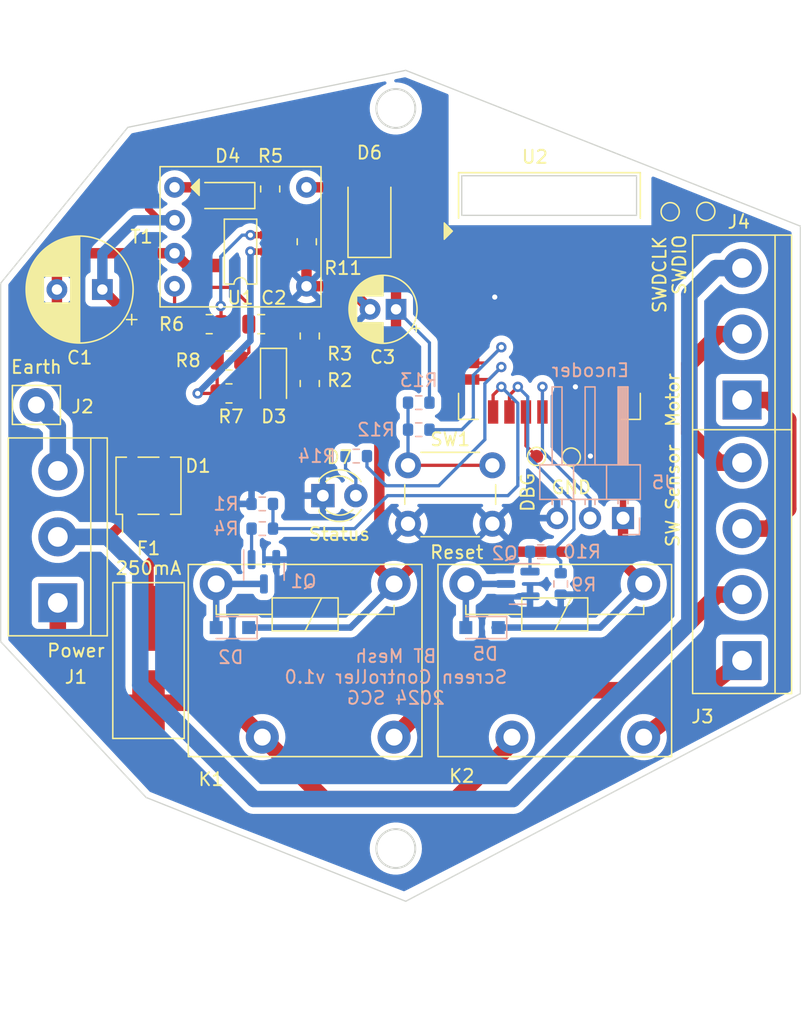
<source format=kicad_pcb>
(kicad_pcb (version 20211014) (generator pcbnew)

  (general
    (thickness 1.6)
  )

  (paper "A4")
  (layers
    (0 "F.Cu" signal)
    (31 "B.Cu" signal)
    (32 "B.Adhes" user "B.Adhesive")
    (33 "F.Adhes" user "F.Adhesive")
    (34 "B.Paste" user)
    (35 "F.Paste" user)
    (36 "B.SilkS" user "B.Silkscreen")
    (37 "F.SilkS" user "F.Silkscreen")
    (38 "B.Mask" user)
    (39 "F.Mask" user)
    (40 "Dwgs.User" user "User.Drawings")
    (41 "Cmts.User" user "User.Comments")
    (42 "Eco1.User" user "User.Eco1")
    (43 "Eco2.User" user "User.Eco2")
    (44 "Edge.Cuts" user)
    (45 "Margin" user)
    (46 "B.CrtYd" user "B.Courtyard")
    (47 "F.CrtYd" user "F.Courtyard")
    (48 "B.Fab" user)
    (49 "F.Fab" user)
    (50 "User.1" user)
    (51 "User.2" user)
    (52 "User.3" user)
    (53 "User.4" user)
    (54 "User.5" user)
    (55 "User.6" user)
    (56 "User.7" user)
    (57 "User.8" user)
    (58 "User.9" user)
  )

  (setup
    (stackup
      (layer "F.SilkS" (type "Top Silk Screen"))
      (layer "F.Paste" (type "Top Solder Paste"))
      (layer "F.Mask" (type "Top Solder Mask") (thickness 0.01))
      (layer "F.Cu" (type "copper") (thickness 0.035))
      (layer "dielectric 1" (type "core") (thickness 1.51) (material "FR4") (epsilon_r 4.5) (loss_tangent 0.02))
      (layer "B.Cu" (type "copper") (thickness 0.035))
      (layer "B.Mask" (type "Bottom Solder Mask") (thickness 0.01))
      (layer "B.Paste" (type "Bottom Solder Paste"))
      (layer "B.SilkS" (type "Bottom Silk Screen"))
      (copper_finish "None")
      (dielectric_constraints no)
    )
    (pad_to_mask_clearance 0)
    (pcbplotparams
      (layerselection 0x00010fc_ffffffff)
      (disableapertmacros false)
      (usegerberextensions false)
      (usegerberattributes true)
      (usegerberadvancedattributes true)
      (creategerberjobfile true)
      (svguseinch false)
      (svgprecision 6)
      (excludeedgelayer true)
      (plotframeref false)
      (viasonmask false)
      (mode 1)
      (useauxorigin false)
      (hpglpennumber 1)
      (hpglpenspeed 20)
      (hpglpendiameter 15.000000)
      (dxfpolygonmode true)
      (dxfimperialunits true)
      (dxfusepcbnewfont true)
      (psnegative false)
      (psa4output false)
      (plotreference true)
      (plotvalue true)
      (plotinvisibletext false)
      (sketchpadsonfab false)
      (subtractmaskfromsilk false)
      (outputformat 1)
      (mirror false)
      (drillshape 1)
      (scaleselection 1)
      (outputdirectory "")
    )
  )

  (net 0 "")
  (net 1 "Net-(C2-Pad1)")
  (net 2 "GND")
  (net 3 "+5V")
  (net 4 "GNDD")
  (net 5 "Net-(D1-Pad2)")
  (net 6 "Net-(C1-Pad1)")
  (net 7 "Net-(D2-Pad2)")
  (net 8 "Net-(D3-Pad2)")
  (net 9 "Net-(TP1-Pad1)")
  (net 10 "Net-(TP2-Pad1)")
  (net 11 "Net-(TP3-Pad1)")
  (net 12 "Net-(D1-Pad1)")
  (net 13 "Net-(F1-Pad2)")
  (net 14 "Net-(D6-Pad2)")
  (net 15 "Net-(Q1-Pad1)")
  (net 16 "Net-(D7-Pad2)")
  (net 17 "Net-(Q2-Pad1)")
  (net 18 "Net-(D4-Pad2)")
  (net 19 "Net-(D5-Pad2)")
  (net 20 "Earth")
  (net 21 "Net-(D4-Pad1)")
  (net 22 "Net-(J3-Pad1)")
  (net 23 "Net-(J3-Pad2)")
  (net 24 "Net-(J3-Pad3)")
  (net 25 "Net-(J3-Pad4)")
  (net 26 "/SW")
  (net 27 "/LED")
  (net 28 "Net-(R2-Pad2)")
  (net 29 "Net-(R6-Pad1)")
  (net 30 "Net-(R7-Pad1)")
  (net 31 "Net-(R12-Pad2)")
  (net 32 "unconnected-(U2-Pad1)")
  (net 33 "unconnected-(U2-Pad2)")
  (net 34 "unconnected-(U2-Pad3)")
  (net 35 "unconnected-(U2-Pad4)")
  (net 36 "unconnected-(U2-Pad6)")
  (net 37 "unconnected-(U2-Pad7)")
  (net 38 "unconnected-(U2-Pad8)")
  (net 39 "/ENCODER")
  (net 40 "/MOTOR_UP")
  (net 41 "unconnected-(U2-Pad19)")
  (net 42 "unconnected-(U2-Pad25)")
  (net 43 "unconnected-(U2-Pad26)")
  (net 44 "unconnected-(U2-Pad27)")
  (net 45 "unconnected-(U2-Pad29)")
  (net 46 "unconnected-(U2-Pad31)")
  (net 47 "unconnected-(U2-Pad33)")
  (net 48 "unconnected-(U2-Pad35)")
  (net 49 "unconnected-(U2-Pad41)")
  (net 50 "unconnected-(U2-Pad43)")
  (net 51 "/MOTOR_DOWN")

  (footprint "Resistor_SMD:R_0805_2012Metric" (layer "F.Cu") (at 176.2525 71.5245 90))

  (footprint "Diode_SMD:D_SMA" (layer "F.Cu") (at 180.848 62.071 90))

  (footprint "Resistor_SMD:R_0805_2012Metric" (layer "F.Cu") (at 170.0295 75.946))

  (footprint "Connector_Pin:Pin_D1.3mm_L10.0mm_W3.5mm_Flat" (layer "F.Cu") (at 155.194 76.835))

  (footprint "Capacitor_SMD:C_0805_2012Metric" (layer "F.Cu") (at 172.5085 70.612 180))

  (footprint "TestPoint:TestPoint_Pad_D1.0mm" (layer "F.Cu") (at 206.756 61.9252))

  (footprint "TestPoint:TestPoint_Pad_D1.0mm" (layer "F.Cu") (at 193.7258 80.7974))

  (footprint "Button_Switch_THT:SW_PUSH_6mm" (layer "F.Cu") (at 183.8198 81.4832))

  (footprint "Capacitor_THT:CP_Radial_D8.0mm_P3.50mm" (layer "F.Cu") (at 160.275651 67.945 180))

  (footprint "Diode_SMD:D_SOD-123F" (layer "F.Cu") (at 169.8185 60.706 180))

  (footprint "screen_controller:Transformer_pulse_2P_1S" (layer "F.Cu") (at 170.9185 63.881 -90))

  (footprint "Capacitor_THT:CP_Radial_D5.0mm_P2.00mm" (layer "F.Cu") (at 182.895312 69.469 180))

  (footprint "Resistor_SMD:R_0805_2012Metric" (layer "F.Cu") (at 170.0295 73.406))

  (footprint "Resistor_SMD:R_0805_2012Metric" (layer "F.Cu") (at 176.2525 75.184 90))

  (footprint "TerminalBlock:TerminalBlock_bornier-3_P5.08mm" (layer "F.Cu") (at 156.845 92.075 90))

  (footprint "screen_controller:JQC-12FF" (layer "F.Cu") (at 195.1228 96.52))

  (footprint "Package_TO_SOT_SMD:TO-269AA" (layer "F.Cu") (at 163.83 83.058 90))

  (footprint "TestPoint:TestPoint_Pad_D1.0mm" (layer "F.Cu") (at 204.0128 61.9506))

  (footprint "Resistor_SMD:R_0805_2012Metric" (layer "F.Cu") (at 176.022 64.262 -90))

  (footprint "TestPoint:TestPoint_Pad_D1.0mm" (layer "F.Cu") (at 196.3928 80.8482))

  (footprint "screen_controller:JQC-12FF" (layer "F.Cu") (at 175.895 96.52))

  (footprint "LED_THT:LED_D3.0mm" (layer "F.Cu") (at 177.2616 83.82))

  (footprint "screen_controller:1808_FUSE_SOCKET" (layer "F.Cu") (at 163.83 96.52 -90))

  (footprint "Resistor_SMD:R_0805_2012Metric" (layer "F.Cu") (at 168.5055 70.612 180))

  (footprint "Diode_SMD:D_SOD-123F" (layer "F.Cu") (at 173.4585 74.676 -90))

  (footprint "Resistor_SMD:R_0805_2012Metric" (layer "F.Cu") (at 173.2045 60.198 -90))

  (footprint "TerminalBlock:TerminalBlock_bornier-3_P5.08mm" (layer "F.Cu") (at 209.55 76.454 90))

  (footprint "TerminalBlock:TerminalBlock_bornier-4_P5.08mm" (layer "F.Cu") (at 209.55 96.52 90))

  (footprint "nrf5:E73-2G4M08S1C_light" (layer "F.Cu") (at 188.412899 63.445001))

  (footprint "screen_controller:HT2812H" (layer "F.Cu") (at 170.9185 65.024))

  (footprint "Resistor_SMD:R_0603_1608Metric" (layer "B.Cu") (at 184.6448 76.6572 180))

  (footprint "Resistor_SMD:R_0603_1608Metric" (layer "B.Cu") (at 184.6448 78.74 180))

  (footprint "Resistor_SMD:R_0603_1608Metric" (layer "B.Cu") (at 172.593 84.455 180))

  (footprint "Resistor_SMD:R_0603_1608Metric" (layer "B.Cu") (at 194.0405 88.138 180))

  (footprint "Connector_PinHeader_2.54mm:PinHeader_1x03_P2.54mm_Horizontal" (layer "B.Cu") (at 200.3806 85.5472 90))

  (footprint "Package_TO_SOT_SMD:SOT-23" (layer "B.Cu") (at 192.278 90.62 180))

  (footprint "Diode_SMD:D_SOD-323_HandSoldering" (layer "B.Cu") (at 170.295 93.98 180))

  (footprint "Diode_SMD:D_SOD-323_HandSoldering" (layer "B.Cu") (at 189.5228 93.98 180))

  (footprint "Resistor_SMD:R_0603_1608Metric" (layer "B.Cu") (at 179.832 80.772 180))

  (footprint "Package_TO_SOT_SMD:SOT-23" (layer "B.Cu") (at 172.72 89.6825 -90))

  (footprint "Resistor_SMD:R_0603_1608Metric" (layer "B.Cu") (at 172.595 86.36 180))

  (footprint "Resistor_SMD:R_0603_1608Metric" (layer "B.Cu") (at 195.58 90.62 -90))

  (gr_circle (center 182.88 54) (end 184.38 54) (layer "Edge.Cuts") (width 0.15) (fill none) (tstamp 1efce02e-0eed-45d1-afc4-9cc4041291bd))
  (gr_line locked (start 183.642 115.062) (end 163.642 107.062) (layer "Edge.Cuts") (width 0.1) (tstamp 2417fdf7-e389-4e0b-bdb0-de300cffa0ec))
  (gr_line locked (start 183.642 115.062) (end 214.042 99.062) (layer "Edge.Cuts") (width 0.1) (tstamp 243a9ae4-b344-4601-82db-4023488ad6f1))
  (gr_line locked (start 152.442 67.462) (end 162.238027 55.452559) (layer "Edge.Cuts") (width 0.1) (tstamp 3e2d50fb-6c93-4ae8-8285-b25e7adc56f3))
  (gr_line locked (start 183.642 51.062) (end 214.042 63.062) (layer "Edge.Cuts") (width 0.1) (tstamp 54bf615d-b25b-4c7c-be32-f881cc08ed6b))
  (gr_rect (start 187.96 62.23) (end 201.422 59.182) (layer "Edge.Cuts") (width 0.1) (fill none) (tstamp 5678cc3b-3626-4af8-b4c9-5a9509a506d0))
  (gr_line locked (start 152.442 67.462) (end 152.442 95.062) (layer "Edge.Cuts") (width 0.1) (tstamp b0c687bd-dd65-48b7-baba-42ed46a7c5a3))
  (gr_line locked (start 162.238027 55.452559) (end 183.642 51.062) (layer "Edge.Cuts") (width 0.1) (tstamp b1d54294-7e67-4845-8e4b-853bf294a807))
  (gr_line locked (start 152.442 95.062) (end 163.642 107.062) (layer "Edge.Cuts") (width 0.1) (tstamp be634e88-4d93-486d-891c-09848ba9b4bd))
  (gr_circle (center 182.88 111) (end 184.38 111) (layer "Edge.Cuts") (width 0.15) (fill none) (tstamp c6a181aa-e4f9-4bdc-965c-5bd366f929b5))
  (gr_line locked (start 214.042 99.062) (end 214.042 63.062) (layer "Edge.Cuts") (width 0.1) (tstamp fef8c936-2725-4ff1-babd-a30078a6bc2c))
  (gr_line (start 182.88 45.72) (end 182.88 124.46) (layer "User.1") (width 0.15) (tstamp 09e01eba-f7ed-4626-a78e-da5d180a7f7a))
  (gr_text "BT Mesh\nScreen Controller v1.0\n2024 SCG" (at 182.88 97.79) (layer "B.SilkS") (tstamp 1fb836c2-e3b6-433a-8d92-ee995d3f9514)
    (effects (font (size 1 1) (thickness 0.15)) (justify mirror))
  )

  (segment (start 176.2525 70.612) (end 173.4585 70.612) (width 0.25) (layer "F.Cu") (net 1) (tstamp 353382c5-cd9b-42e5-af48-f1f2ff4a1f1c))
  (segment (start 173.4585 70.612) (end 173.4585 73.276) (width 0.25) (layer "F.Cu") (net 1) (tstamp 41980e02-ff6c-40f8-adae-b81207221211))
  (segment (start 173.4585 66.294) (end 173.4585 70.612) (width 0.25) (layer "F.Cu") (net 1) (tstamp a6385979-6c43-49a2-9174-386d0d33775f))
  (segment (start 156.775651 69.653651) (end 159.004 71.882) (width 0.8) (layer "F.Cu") (net 2) (tstamp 17050176-cc90-4fad-9a6e-88172961fa57))
  (segment (start 158.172651 65.151) (end 156.775651 66.548) (width 0.8) (layer "F.Cu") (net 2) (tstamp 1db0721b-0647-445c-ac20-7cf52530436b))
  (segment (start 171.5585 69.093) (end 171.5585 70.612) (width 0.25) (layer "F.Cu") (net 2) (tstamp 3335c471-94b6-428f-a06c-27265c65cb2f))
  (segment (start 159.004 71.882) (end 159.004 76.427) (width 0.8) (layer "F.Cu") (net 2) (tstamp 39b9d7ca-a8de-469b-88ee-2c536694356b))
  (segment (start 167.593 68.6035) (end 167.593 70.612) (width 0.25) (layer "F.Cu") (net 2) (tstamp 43e364b9-a855-4495-a870-e32a8ecf3868))
  (segment (start 165.8385 65.151) (end 158.172651 65.151) (width 0.8) (layer "F.Cu") (net 2) (tstamp 45bfb3d9-d64c-4d6c-84b9-e157e5668f45))
  (segment (start 168.4185 66.094) (end 166.7815 66.094) (width 0.8) (layer "F.Cu") (net 2) (tstamp 478bdac3-e859-4312-95b5-bcec23fed7da))
  (segment (start 159.004 76.427) (end 162.56 79.983) (width 0.8) (layer "F.Cu") (net 2) (tstamp 4c804bd1-8c5b-48a2-966f-c31b83dcf942))
  (segment (start 171.5585 72.7895) (end 170.942 73.406) (width 0.25) (layer "F.Cu") (net 2) (tstamp 4e5663ab-c374-47c1-93b3-00ea4d13ad7d))
  (segment (start 168.4185 67.778) (end 170.2435 67.778) (width 0.25) (layer "F.Cu") (net 2) (tstamp 6dc7f701-05ae-473b-9b7e-941b75bf5670))
  (segment (start 156.775651 66.548) (end 156.775651 67.945) (width 0.8) (layer "F.Cu") (net 2) (tstamp 6fbda860-ecb2-4427-93b0-a58c0d7911e5))
  (segment (start 170.2435 67.778) (end 171.5585 69.093) (width 0.25) (layer "F.Cu") (net 2) (tstamp 7df05213-1ef0-4a8c-b38e-828d7c5cb9ef))
  (segment (start 166.7815 66.094) (end 165.8385 65.151) (width 0.8) (layer "F.Cu") (net 2) (tstamp b11f518c-7644-4a29-8eb9-4bff97c492bf))
  (segment (start 171.5585 70.612) (end 171.5585 72.7895) (width 0.25) (layer "F.Cu") (net 2) (tstamp cc200a02-3672-43ff-a867-7c80f44c28d2))
  (segment (start 168.4185 67.778) (end 167.593 68.6035) (width 0.25) (layer "F.Cu") (net 2) (tstamp ef445a81-6ee4-4cb4-b6bb-e2536d6ce2bf))
  (segment (start 156.775651 67.945) (end 156.775651 69.653651) (width 0.8) (layer "F.Cu") (net 2) (tstamp f5992752-ee66-4682-888c-915c6fbedbab))
  (segment (start 168.4185 66.094) (end 168.4185 67.778) (width 0.25) (layer "F.Cu") (net 2) (tstamp f77ff5b0-cb50-4db0-a76d-df3d84c55d71))
  (segment (start 182.745 90.62) (end 185.227 88.138) (width 0.8) (layer "F.Cu") (net 3) (tstamp 04147e07-56c2-46f3-bfb4-1ed740f5080b))
  (segment (start 197.982899 77.375) (end 197.982899 79.110899) (width 0.5) (layer "F.Cu") (net 3) (tstamp 213ad954-909d-442f-8886-2b6465f0e988))
  (segment (start 197.982899 79.110899) (end 200.3806 81.5086) (width 0.5) (layer "F.Cu") (net 3) (tstamp 2664765f-1964-4257-87ec-c7ad34f05627))
  (segment (start 178.1575 63.3495) (end 178.879 64.071) (width 0.8) (layer "F.Cu") (net 3) (tstamp 291b0b3a-e2a7-4a82-b788-6e9c929cd3ae))
  (segment (start 180.848 65.532) (end 182.895312 67.579312) (width 0.8) (layer "F.Cu") (net 3) (tstamp 5def0959-02d8-4e13-af7d-48c2c0d19c1a))
  (segment (start 181.61 89.485) (end 182.745 90.62) (width 0.8) (layer "F.Cu") (net 3) (tstamp 5ea7da69-ce89-4915-9e38-25a411325c92))
  (segment (start 200.3806 87.2482) (end 200.3806 85.5472) (width 0.8) (layer "F.Cu") (net 3) (tstamp 695cc59f-48aa-4d5b-9a6e-0b159a1d961b))
  (segment (start 185.227 88.138) (end 199.4908 88.138) (width 0.8) (layer "F.Cu") (net 3) (tstamp 8328701e-00d5-4be0-a0f2-e70ff7256f8f))
  (segment (start 199.4908 88.138) (end 201.9728 90.62) (width 0.8) (layer "F.Cu") (net 3) (tstamp 85909100-de33-4144-909e-388910e3e117))
  (segment (start 182.895312 69.469) (end 182.895312 71.866688) (width 0.8) (layer "F.Cu") (net 3) (tstamp 8e8200f1-b5f2-4882-a966-cf7e0e2b43fc))
  (segment (start 180.848 64.071) (end 180.848 65.532) (width 0.8) (layer "F.Cu") (net 3) (tstamp b443807a-e5fd-4e4f-b5f2-950a8cd1c726))
  (segment (start 178.879 64.071) (end 180.848 64.071) (width 0.8) (layer "F.Cu") (net 3) (tstamp b4bc6f8f-5a7c-4f71-b779-31a1685dee1c))
  (segment (start 182.895312 71.866688) (end 181.61 73.152) (width 0.8) (layer "F.Cu") (net 3) (tstamp bbc9950d-4e40-4a96-8bc5-bb380172bd2f))
  (segment (start 200.3806 81.5086) (end 200.3806 85.5472) (width 0.5) (layer "F.Cu") (net 3) (tstamp c6708b1c-3db2-4b9a-a404-f5b1bc96dab3))
  (segment (start 181.61 73.152) (end 181.61 89.485) (width 0.8) (layer "F.Cu") (net 3) (tstamp d508da26-b110-4171-b217-ee0218289cfd))
  (segment (start 176.022 63.3495) (end 178.1575 63.3495) (width 0.8) (layer "F.Cu") (net 3) (tstamp d67f3621-5a33-4569-98eb-66b6318aa0bf))
  (segment (start 199.4908 88.138) (end 200.3806 87.2482) (width 0.8) (layer "F.Cu") (net 3) (tstamp f02fc1f5-4d9b-4a43-9fc1-a2385cec0042))
  (segment (start 182.895312 67.579312) (end 182.895312 69.469) (width 0.8) (layer "F.Cu") (net 3) (tstamp fe798bca-5dec-42bd-b4ef-99a9255afb9c))
  (segment (start 198.6128 93.98) (end 190.48 93.98) (width 0.5) (layer "B.Cu") (net 3) (tstamp 2467d2e6-9d45-45cc-a364-7ded2a1e6d1e))
  (segment (start 201.9728 90.62) (end 198.6128 93.98) (width 0.5) (layer "B.Cu") (net 3) (tstamp 404ce57d-5590-4a73-bb9a-3ea4b8c3a21c))
  (segment (start 179.385 93.98) (end 171.545 93.98) (width 0.5) (layer "B.Cu") (net 3) (tstamp 4c3a3a09-0d77-4ee7-beea-f8682dda7275))
  (segment (start 185.4698 72.043488) (end 182.895312 69.469) (width 0.25) (layer "B.Cu") (net 3) (tstamp 4f785e52-bbb4-4148-b9e1-618282fd60f8))
  (segment (start 182.745 90.62) (end 179.385 93.98) (width 0.5) (layer "B.Cu") (net 3) (tstamp b4130082-8948-465b-b9bd-51297bec2611))
  (segment (start 185.4698 76.6572) (end 185.4698 72.043488) (width 0.25) (layer "B.Cu") (net 3) (tstamp f6b59613-fccf-4bde-b00f-f155299d80bd))
  (segment (start 175.9985 65.198) (end 175.9985 67.691) (width 0.8) (layer "F.Cu") (net 4) (tstamp 48dfe3dc-33e3-4c2c-8ba2-02f6c980bb27))
  (segment (start 197.7898 80.8482) (end 197.866 80.772) (width 0.25) (layer "F.Cu") (net 4) (tstamp 7c235ef3-0d73-4d86-a6a5-b1701dc49e05))
  (segment (start 196.7129 77.375) (end 196.7129 75.5549) (width 0.5) (layer "F.Cu") (net 4) (tstamp 7ee6b258-cce7-49cd-a2a6-debdd3a20fe1))
  (segment (start 196.7129 75.5549) (end 196.596 75.438) (width 0.25) (layer "F.Cu") (net 4) (tstamp 84a52263-b4dc-4e0a-8029-8155521b0188))
  (segment (start 188.412899 68.525001) (end 190.5 68.525001) (width 0.5) (layer "F.Cu") (net 4) (tstamp 9382add7-80dd-421d-94da-a542992d1cf1))
  (segment (start 196.3928 80.8482) (end 197.7898 80.8482) (width 0.25) (layer "F.Cu") (net 4) (tstamp 95075341-63ec-492f-93da-dacfdc64da7f))
  (segment (start 179.117312 67.691) (end 180.895312 69.469) (width 0.8) (layer "F.Cu") (net 4) (tstamp da9b4fc8-6524-4d85-95a9-a6efc862b823))
  (segment (start 175.9985 67.691) (end 179.117312 67.691) (width 0.8) (layer "F.Cu") (net 4) (tstamp f1845ad5-9035-4e60-96f1-b7ed2f359d57))
  (via (at 197.866 80.772) (size 0.8) (drill 0.4) (layers "F.Cu" "B.Cu") (net 4) (tstamp 4ca63352-65d4-4c62-9898-b50a01befaa9))
  (via (at 196.7129 75.438) (size 0.8) (drill 0.4) (layers "F.Cu" "B.Cu") (net 4) (tstamp 51e7b57f-1ad5-408a-8728-b0b550d12b6f))
  (via (at 190.5 68.525001) (size 0.8) (drill 0.4) (layers "F.Cu" "B.Cu") (net 4) (tstamp 5a66b2b0-bcec-4cc7-acdd-04df1570cae4))
  (segment (start 163.83 93.27) (end 163.83 89.154) (width 0.8) (layer "F.Cu") (net 5) (tstamp 0e4b50ec-0e26-4f7a-9254-c7aa95aaa68e))
  (segment (start 163.83 89.154) (end 165.1 87.884) (width 0.8) (layer "F.Cu") (net 5) (tstamp 113782c5-455b-49a5-bc2c-d2e67ff1a05d))
  (segment (start 165.1 87.884) (end 165.1 86.133) (width 0.8) (layer "F.Cu") (net 5) (tstamp 9d0e57b0-aeb2-4a22-a85e-b511b0fe3e50))
  (segment (start 176.2525 76.0965) (end 173.355 78.994) (width 0.25) (layer "F.Cu") (net 6) (tstamp 1b58d83a-0b08-4bea-abe8-6974effe8b7c))
  (segment (start 173.355 78.994) (end 165.1 78.994) (width 0.25) (layer "F.Cu") (net 6) (tstamp 655a8fe3-1de2-4a8c-9e1d-196ca5fe700c))
  (segment (start 161.798 75.692) (end 161.798 69.467349) (width 0.8) (layer "F.Cu") (net 6) (tstamp 6d5de22f-9674-4447-a718-b4f57ed4d629))
  (segment (start 165.1 79.983) (end 165.1 78.994) (width 0.8) (layer "F.Cu") (net 6) (tstamp 7a167e36-716b-4b2e-ad9f-f7eb20874635))
  (segment (start 164.5685 58.166) (end 172.085 58.166) (width 0.5) (layer "F.Cu") (net 6) (tstamp 93e6acd4-c2b1-4fc0-8532-17a753eafca4))
  (segment (start 165.1 78.994) (end 161.798 75.692) (width 0.8) (layer "F.Cu") (net 6) (tstamp b61598e6-b982-48ad-8eb6-f4982405664c))
  (segment (start 164.6955 62.611) (end 165.8385 62.611) (width 0.5) (layer "F.Cu") (net 6) (tstamp bae7f259-8abc-433f-8040-118613244cb7))
  (segment (start 172.085 58.166) (end 173.2045 59.2855) (width 0.5) (layer "F.Cu") (net 6) (tstamp bc167cb8-0482-41a4-8aa8-63c34e86e6d4))
  (segment (start 163.8065 61.722) (end 163.8065 58.928) (width 0.5) (layer "F.Cu") (net 6) (tstamp be02c63e-bb75-48c3-a290-cf60a9c620e1))
  (segment (start 161.798 69.467349) (end 160.275651 67.945) (width 0.8) (layer "F.Cu") (net 6) (tstamp c1801219-be6c-46d3-bf42-50d2ff15f79e))
  (segment (start 163.8065 58.928) (end 164.5685 58.166) (width 0.5) (layer "F.Cu") (net 6) (tstamp cb2c8d7f-bea5-42d1-8515-2509d7b73e1e))
  (segment (start 163.8065 61.722) (end 164.6955 62.611) (width 0.5) (layer "F.Cu") (net 6) (tstamp ea1634a4-b41b-4842-8cff-ba07c6910c4f))
  (segment (start 160.275651 65.149349) (end 162.814 62.611) (width 0.8) (layer "B.Cu") (net 6) (tstamp 7b196a33-cf89-47f3-9a3d-209d2afaef13))
  (segment (start 160.275651 67.945) (end 160.275651 65.149349) (width 0.8) (layer "B.Cu") (net 6) (tstamp b6f78d52-1080-4265-9a82-a396155275be))
  (segment (start 165.8385 62.611) (end 162.814 62.611) (width 0.8) (layer "B.Cu") (net 6) (tstamp df6018f7-a95c-4f36-9cc7-82b582a53267))
  (segment (start 169.045 90.62) (end 172.72 90.62) (width 0.5) (layer "B.Cu") (net 7) (tstamp d7b08048-48c8-4d93-acbe-2efbb60c12ef))
  (segment (start 169.045 90.62) (end 169.045 93.98) (width 0.5) (layer "B.Cu") (net 7) (tstamp f3d70b0c-be3c-493e-b706-bedcd913c144))
  (segment (start 167.4895 77.47) (end 165.8385 75.819) (width 0.25) (layer "F.Cu") (net 8) (tstamp 2ecb2f86-1d38-47a2-a951-baa26cbad073))
  (segment (start 169.418 77.47) (end 167.4895 77.47) (width 0.25) (layer "F.Cu") (net 8) (tstamp 4d879744-19d8-4139-91f9-88a539ddaff6))
  (segment (start 165.8385 75.819) (end 165.8385 67.691) (width 0.25) (layer "F.Cu") (net 8) (tstamp 601eb231-06f6-46d0-8acb-b68cdf50c3f2))
  (segment (start 170.942 75.946) (end 169.418 77.47) (width 0.25) (layer "F.Cu") (net 8) (tstamp e8d65daf-374b-44b2-853a-bdd6df8f8c8c))
  (segment (start 173.4585 76.076) (end 171.072 76.076) (width 0.25) (layer "F.Cu") (net 8) (tstamp ec291aaf-2edb-46f4-827a-57b0a7afd290))
  (segment (start 192.9029 79.9745) (end 193.7258 80.7974) (width 0.25) (layer "F.Cu") (net 9) (tstamp 2c74d93a-412a-4cd2-ba52-292bcb824251))
  (segment (start 192.9029 77.375) (end 192.9029 79.9745) (width 0.25) (layer "F.Cu") (net 9) (tstamp 746a1af8-dccb-425a-a64e-1ca8027e66f3))
  (segment (start 203.508999 67.255001) (end 206.756 64.008) (width 0.25) (layer "F.Cu") (net 10) (tstamp 3216e2a5-8f07-4007-85b4-b18f71df112a))
  (segment (start 206.756 64.008) (end 206.756 61.9252) (width 0.25) (layer "F.Cu") (net 10) (tstamp 38ca10d5-8ebb-4198-9481-59c3699fd92f))
  (segment (start 201.2129 67.255001) (end 203.508999 67.255001) (width 0.25) (layer "F.Cu") (net 10) (tstamp c456070c-7c8d-44f8-9171-7f56c93258b6))
  (segment (start 202.746999 65.985001) (end 204.0128 64.7192) (width 0.25) (layer "F.Cu") (net 11) (tstamp 07731a5a-768d-4c35-a571-be7a7c8179a2))
  (segment (start 201.2129 65.985001) (end 202.746999 65.985001) (width 0.25) (layer "F.Cu") (net 11) (tstamp 9cf7ec4c-b723-48c3-8e9d-7e0cc7ed2907))
  (segment (start 204.0128 64.7192) (end 204.0128 61.9506) (width 0.25) (layer "F.Cu") (net 11) (tstamp b048e3f9-ce7d-4895-b42c-6bfd2f016c5c))
  (segment (start 160.7955 86.995) (end 161.6575 86.133) (width 0.8) (layer "F.Cu") (net 12) (tstamp 2f06a665-acc0-476c-b1ba-f878814af151))
  (segment (start 161.6575 86.133) (end 162.56 86.133) (width 0.8) (layer "F.Cu") (net 12) (tstamp 7acbf839-a091-4344-8d60-12ba6e7c5a85))
  (segment (start 156.845 86.995) (end 160.7955 86.995) (width 0.8) (layer "F.Cu") (net 12) (tstamp a2452dd3-fcfa-4d45-9969-be9a3fe7cafd))
  (segment (start 191.897 107.188) (end 205.486 93.599) (width 1.27) (layer "B.Cu") (net 12) (tstamp 002c05a8-ee9a-4ed7-b967-2b025eae7bb1))
  (segment (start 171.958 107.188) (end 191.897 107.188) (width 1.27) (layer "B.Cu") (net 12) (tstamp 2166f0b8-7f41-498b-bc33-08ea21625600))
  (segment (start 156.845 86.995) (end 160.655 86.995) (width 1.27) (layer "B.Cu") (net 12) (tstamp 241789d9-2ad2-405d-820d-c0d0c0791af8))
  (segment (start 207.518 66.294) (end 209.55 66.294) (width 1.27) (layer "B.Cu") (net 12) (tstamp 3de63ec6-c882-42de-a064-3f2021eef7c3))
  (segment (start 163.195 98.425) (end 171.958 107.188) (width 1.27) (layer "B.Cu") (net 12) (tstamp 5b39f7e8-317e-434d-9cef-13ff9287d1cb))
  (segment (start 163.195 89.535) (end 163.195 98.425) (width 1.27) (layer "B.Cu") (net 12) (tstamp a26f071e-74c6-43bb-bc61-132d4b71a67e))
  (segment (start 205.486 93.599) (end 205.486 68.326) (width 1.27) (layer "B.Cu") (net 12) (tstamp b41d96a3-e73e-4a50-9682-edfec1089dff))
  (segment (start 205.486 68.326) (end 207.518 66.294) (width 1.27) (layer "B.Cu") (net 12) (tstamp eeeb3a3f-2679-4414-9da8-6771b88de6f3))
  (segment (start 160.655 86.995) (end 163.195 89.535) (width 1.27) (layer "B.Cu") (net 12) (tstamp f1ede0cb-f082-4446-abe6-39dd0cebf7bc))
  (segment (start 156.845 95.885) (end 160.73 99.77) (width 1.27) (layer "F.Cu") (net 13) (tstamp 107b2cf2-0b91-4577-88e7-23687016bb40))
  (segment (start 163.83 99.77) (end 169.945 99.77) (width 1.27) (layer "F.Cu") (net 13) (tstamp 95cdb34d-fe3b-404e-a3b6-4e086f95d7be))
  (segment (start 192.28 102.42) (end 187.512 107.188) (width 1.27) (layer "F.Cu") (net 13) (tstamp b79d76d9-3f1f-4340-a963-981fe236bc85))
  (segment (start 187.512 107.188) (end 177.363 107.188) (width 1.27) (layer "F.Cu") (net 13) (tstamp bba8e2cd-5141-4882-aec8-43c6e930da63))
  (segment (start 169.945 99.77) (end 172.595 102.42) (width 1.27) (layer "F.Cu") (net 13) (tstamp eaae9665-2606-4d7d-ab85-4e3549a038ac))
  (segment (start 156.845 92.075) (end 156.845 95.885) (width 1.27) (layer "F.Cu") (net 13) (tstamp f10aa0db-4353-462d-8a86-0da7ca04490d))
  (segment (start 177.363 107.188) (end 172.595 102.42) (width 1.27) (layer "F.Cu") (net 13) (tstamp f53b3339-5000-43e0-8171-530701a70f83))
  (segment (start 160.73 99.77) (end 163.83 99.77) (width 1.27) (layer "F.Cu") (net 13) (tstamp f9edf55a-91fc-4edb-9538-a984080d00db))
  (segment (start 175.9985 60.071) (end 180.848 60.071) (width 0.8) (layer "F.Cu") (net 14) (tstamp 346bab27-7008-4a28-9148-82f86525d69f))
  (segment (start 171.77 88.745) (end 171.77 86.739) (width 0.25) (layer "B.Cu") (net 15) (tstamp e8e56c5b-669f-47b9-b417-bb9c6303d2d7))
  (segment (start 179.007 81.725) (end 179.007 80.772) (width 0.25) (layer "B.Cu") (net 16) (tstamp 570f61f9-8e71-4046-a1b6-c564c772e9e0))
  (segment (start 179.8016 82.5196) (end 179.007 81.725) (width 0.25) (layer "B.Cu") (net 16) (tstamp 63a8b7aa-0b29-4f10-bf84-a91e5a4da8b7))
  (segment (start 179.8016 83.82) (end 179.8016 82.5196) (width 0.25) (layer "B.Cu") (net 16) (tstamp d8abde23-6f76-4229-acb0-ffb5adadf688))
  (segment (start 193.2155 88.138) (end 193.2155 89.67) (width 0.25) (layer "B.Cu") (net 17) (tstamp b2318fd6-ac8a-4e7e-9852-96e774cf84d0))
  (segment (start 165.8385 60.071) (end 167.7835 60.071) (width 0.8) (layer "F.Cu") (net 18) (tstamp 02684ff6-ff97-45f1-aaa5-d4c5c42e7b3c))
  (segment (start 168.4185 63.954) (end 168.4185 60.706) (width 0.8) (layer "F.Cu") (net 18) (tstamp 11dbd78f-c688-4d94-83b4-3c13d5a82a1d))
  (segment (start 167.7835 60.071) (end 168.4185 60.706) (width 0.8) (layer "F.Cu") (net 18) (tstamp ce989332-ba1a-40f5-b852-6a910aaf0fd8))
  (segment (start 188.2728 90.62) (end 191.3405 90.62) (width 0.5) (layer "B.Cu") (net 19) (tstamp 27b8d1fb-e16d-4b64-b46a-7bf0cd6fc713))
  (segment (start 188.2728 90.62) (end 188.2728 93.98) (width 0.5) (layer "B.Cu") (net 19) (tstamp d33dd788-a505-4f17-abaa-d60ce61bb126))
  (segment (start 156.845 81.915) (end 156.845 78.486) (width 1.27) (layer "B.Cu") (net 20) (tstamp 9dcfa0d6-a01b-42b4-8695-7066987b35c5))
  (segment (start 156.845 78.486) (end 155.194 76.835) (width 1.27) (layer "B.Cu") (net 20) (tstamp b8fca279-145a-414c-b036-72300d79a6fc))
  (segment (start 173.2045 61.1105) (end 171.623 61.1105) (width 0.5) (layer "F.Cu") (net 21) (tstamp e1fb5f6a-32d1-406c-9551-43332521d539))
  (segment (start 171.623 61.1105) (end 171.2185 60.706) (width 0.5) (layer "F.Cu") (net 21) (tstamp ed512e3b-5ff4-4a41-9ef0-64780fa2004c))
  (segment (start 209.55 96.52) (end 201.9728 102.42) (width 1.27) (layer "F.Cu") (net 22) (tstamp a7dfe2b3-3ab4-4799-86b9-fd227052254d))
  (segment (start 186.359 98.806) (end 182.745 102.42) (width 1.27) (layer "F.Cu") (net 23) (tstamp 76fe9a06-f11b-4239-a604-e7beb1ef0dda))
  (segment (start 200.279 98.806) (end 186.359 98.806) (width 1.27) (layer "F.Cu") (net 23) (tstamp c365e0b1-ae4c-4ba2-9ab4-e897857ab3eb))
  (segment (start 209.55 91.44) (end 207.645 91.44) (width 1.27) (layer "F.Cu") (net 23) (tstamp ef6d6fdc-b6a7-49a0-8177-defc4003ade6))
  (segment (start 207.645 91.44) 
... [217791 chars truncated]
</source>
